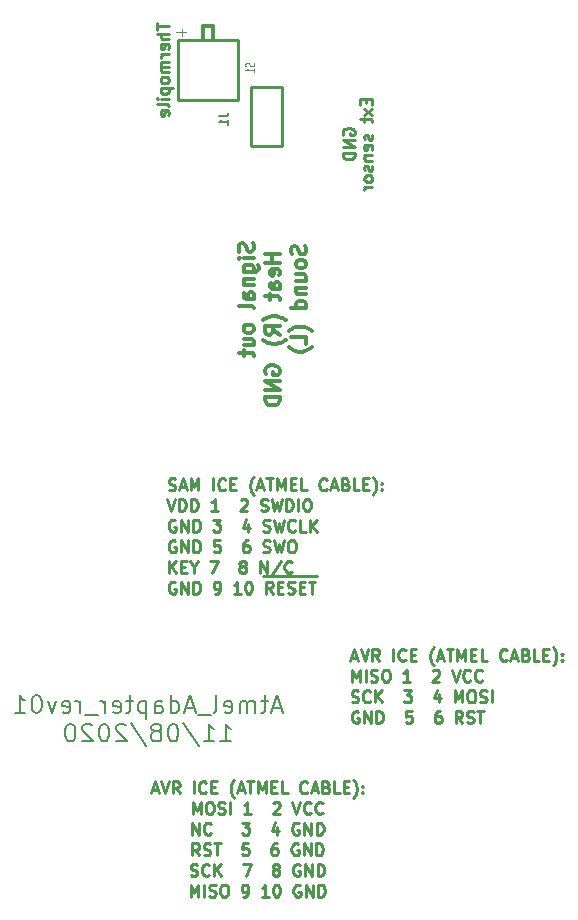
<source format=gbo>
G04 #@! TF.GenerationSoftware,KiCad,Pcbnew,5.1.5-52549c5~86~ubuntu18.04.1*
G04 #@! TF.CreationDate,2020-12-07T22:39:35-08:00*
G04 #@! TF.ProjectId,multiple_PCBs,6d756c74-6970-46c6-955f-504342732e6b,rev?*
G04 #@! TF.SameCoordinates,Original*
G04 #@! TF.FileFunction,Legend,Bot*
G04 #@! TF.FilePolarity,Positive*
%FSLAX46Y46*%
G04 Gerber Fmt 4.6, Leading zero omitted, Abs format (unit mm)*
G04 Created by KiCad (PCBNEW 5.1.5-52549c5~86~ubuntu18.04.1) date 2020-12-07 22:39:35*
%MOMM*%
%LPD*%
G04 APERTURE LIST*
%ADD10C,0.250000*%
%ADD11C,0.150000*%
%ADD12C,0.254000*%
%ADD13C,0.304800*%
%ADD14C,0.120000*%
%ADD15C,0.300000*%
%ADD16C,0.125000*%
%ADD17C,0.190500*%
G04 APERTURE END LIST*
D10*
X180438976Y-113111666D02*
X180915166Y-113111666D01*
X180343738Y-113397380D02*
X180677071Y-112397380D01*
X181010404Y-113397380D01*
X181200880Y-112397380D02*
X181534214Y-113397380D01*
X181867547Y-112397380D01*
X182772309Y-113397380D02*
X182438976Y-112921190D01*
X182200880Y-113397380D02*
X182200880Y-112397380D01*
X182581833Y-112397380D01*
X182677071Y-112445000D01*
X182724690Y-112492619D01*
X182772309Y-112587857D01*
X182772309Y-112730714D01*
X182724690Y-112825952D01*
X182677071Y-112873571D01*
X182581833Y-112921190D01*
X182200880Y-112921190D01*
X183962785Y-113397380D02*
X183962785Y-112397380D01*
X185010404Y-113302142D02*
X184962785Y-113349761D01*
X184819928Y-113397380D01*
X184724690Y-113397380D01*
X184581833Y-113349761D01*
X184486595Y-113254523D01*
X184438976Y-113159285D01*
X184391357Y-112968809D01*
X184391357Y-112825952D01*
X184438976Y-112635476D01*
X184486595Y-112540238D01*
X184581833Y-112445000D01*
X184724690Y-112397380D01*
X184819928Y-112397380D01*
X184962785Y-112445000D01*
X185010404Y-112492619D01*
X185438976Y-112873571D02*
X185772309Y-112873571D01*
X185915166Y-113397380D02*
X185438976Y-113397380D01*
X185438976Y-112397380D01*
X185915166Y-112397380D01*
X187391357Y-113778333D02*
X187343738Y-113730714D01*
X187248500Y-113587857D01*
X187200880Y-113492619D01*
X187153261Y-113349761D01*
X187105642Y-113111666D01*
X187105642Y-112921190D01*
X187153261Y-112683095D01*
X187200880Y-112540238D01*
X187248500Y-112445000D01*
X187343738Y-112302142D01*
X187391357Y-112254523D01*
X187724690Y-113111666D02*
X188200880Y-113111666D01*
X187629452Y-113397380D02*
X187962785Y-112397380D01*
X188296119Y-113397380D01*
X188486595Y-112397380D02*
X189058023Y-112397380D01*
X188772309Y-113397380D02*
X188772309Y-112397380D01*
X189391357Y-113397380D02*
X189391357Y-112397380D01*
X189724690Y-113111666D01*
X190058023Y-112397380D01*
X190058023Y-113397380D01*
X190534214Y-112873571D02*
X190867547Y-112873571D01*
X191010404Y-113397380D02*
X190534214Y-113397380D01*
X190534214Y-112397380D01*
X191010404Y-112397380D01*
X191915166Y-113397380D02*
X191438976Y-113397380D01*
X191438976Y-112397380D01*
X193581833Y-113302142D02*
X193534214Y-113349761D01*
X193391357Y-113397380D01*
X193296119Y-113397380D01*
X193153261Y-113349761D01*
X193058023Y-113254523D01*
X193010404Y-113159285D01*
X192962785Y-112968809D01*
X192962785Y-112825952D01*
X193010404Y-112635476D01*
X193058023Y-112540238D01*
X193153261Y-112445000D01*
X193296119Y-112397380D01*
X193391357Y-112397380D01*
X193534214Y-112445000D01*
X193581833Y-112492619D01*
X193962785Y-113111666D02*
X194438976Y-113111666D01*
X193867547Y-113397380D02*
X194200880Y-112397380D01*
X194534214Y-113397380D01*
X195200880Y-112873571D02*
X195343738Y-112921190D01*
X195391357Y-112968809D01*
X195438976Y-113064047D01*
X195438976Y-113206904D01*
X195391357Y-113302142D01*
X195343738Y-113349761D01*
X195248500Y-113397380D01*
X194867547Y-113397380D01*
X194867547Y-112397380D01*
X195200880Y-112397380D01*
X195296119Y-112445000D01*
X195343738Y-112492619D01*
X195391357Y-112587857D01*
X195391357Y-112683095D01*
X195343738Y-112778333D01*
X195296119Y-112825952D01*
X195200880Y-112873571D01*
X194867547Y-112873571D01*
X196343738Y-113397380D02*
X195867547Y-113397380D01*
X195867547Y-112397380D01*
X196677071Y-112873571D02*
X197010404Y-112873571D01*
X197153261Y-113397380D02*
X196677071Y-113397380D01*
X196677071Y-112397380D01*
X197153261Y-112397380D01*
X197486595Y-113778333D02*
X197534214Y-113730714D01*
X197629452Y-113587857D01*
X197677071Y-113492619D01*
X197724690Y-113349761D01*
X197772309Y-113111666D01*
X197772309Y-112921190D01*
X197724690Y-112683095D01*
X197677071Y-112540238D01*
X197629452Y-112445000D01*
X197534214Y-112302142D01*
X197486595Y-112254523D01*
X198248500Y-113302142D02*
X198296119Y-113349761D01*
X198248500Y-113397380D01*
X198200880Y-113349761D01*
X198248500Y-113302142D01*
X198248500Y-113397380D01*
X198248500Y-112778333D02*
X198296119Y-112825952D01*
X198248500Y-112873571D01*
X198200880Y-112825952D01*
X198248500Y-112778333D01*
X198248500Y-112873571D01*
X180486595Y-115147380D02*
X180486595Y-114147380D01*
X180819928Y-114861666D01*
X181153261Y-114147380D01*
X181153261Y-115147380D01*
X181629452Y-115147380D02*
X181629452Y-114147380D01*
X182058023Y-115099761D02*
X182200880Y-115147380D01*
X182438976Y-115147380D01*
X182534214Y-115099761D01*
X182581833Y-115052142D01*
X182629452Y-114956904D01*
X182629452Y-114861666D01*
X182581833Y-114766428D01*
X182534214Y-114718809D01*
X182438976Y-114671190D01*
X182248500Y-114623571D01*
X182153261Y-114575952D01*
X182105642Y-114528333D01*
X182058023Y-114433095D01*
X182058023Y-114337857D01*
X182105642Y-114242619D01*
X182153261Y-114195000D01*
X182248500Y-114147380D01*
X182486595Y-114147380D01*
X182629452Y-114195000D01*
X183248500Y-114147380D02*
X183438976Y-114147380D01*
X183534214Y-114195000D01*
X183629452Y-114290238D01*
X183677071Y-114480714D01*
X183677071Y-114814047D01*
X183629452Y-115004523D01*
X183534214Y-115099761D01*
X183438976Y-115147380D01*
X183248500Y-115147380D01*
X183153261Y-115099761D01*
X183058023Y-115004523D01*
X183010404Y-114814047D01*
X183010404Y-114480714D01*
X183058023Y-114290238D01*
X183153261Y-114195000D01*
X183248500Y-114147380D01*
X185391357Y-115147380D02*
X184819928Y-115147380D01*
X185105642Y-115147380D02*
X185105642Y-114147380D01*
X185010404Y-114290238D01*
X184915166Y-114385476D01*
X184819928Y-114433095D01*
X187296119Y-114242619D02*
X187343738Y-114195000D01*
X187438976Y-114147380D01*
X187677071Y-114147380D01*
X187772309Y-114195000D01*
X187819928Y-114242619D01*
X187867547Y-114337857D01*
X187867547Y-114433095D01*
X187819928Y-114575952D01*
X187248500Y-115147380D01*
X187867547Y-115147380D01*
X188915166Y-114147380D02*
X189248500Y-115147380D01*
X189581833Y-114147380D01*
X190486595Y-115052142D02*
X190438976Y-115099761D01*
X190296119Y-115147380D01*
X190200880Y-115147380D01*
X190058023Y-115099761D01*
X189962785Y-115004523D01*
X189915166Y-114909285D01*
X189867547Y-114718809D01*
X189867547Y-114575952D01*
X189915166Y-114385476D01*
X189962785Y-114290238D01*
X190058023Y-114195000D01*
X190200880Y-114147380D01*
X190296119Y-114147380D01*
X190438976Y-114195000D01*
X190486595Y-114242619D01*
X191486595Y-115052142D02*
X191438976Y-115099761D01*
X191296119Y-115147380D01*
X191200880Y-115147380D01*
X191058023Y-115099761D01*
X190962785Y-115004523D01*
X190915166Y-114909285D01*
X190867547Y-114718809D01*
X190867547Y-114575952D01*
X190915166Y-114385476D01*
X190962785Y-114290238D01*
X191058023Y-114195000D01*
X191200880Y-114147380D01*
X191296119Y-114147380D01*
X191438976Y-114195000D01*
X191486595Y-114242619D01*
X180438976Y-116849761D02*
X180581833Y-116897380D01*
X180819928Y-116897380D01*
X180915166Y-116849761D01*
X180962785Y-116802142D01*
X181010404Y-116706904D01*
X181010404Y-116611666D01*
X180962785Y-116516428D01*
X180915166Y-116468809D01*
X180819928Y-116421190D01*
X180629452Y-116373571D01*
X180534214Y-116325952D01*
X180486595Y-116278333D01*
X180438976Y-116183095D01*
X180438976Y-116087857D01*
X180486595Y-115992619D01*
X180534214Y-115945000D01*
X180629452Y-115897380D01*
X180867547Y-115897380D01*
X181010404Y-115945000D01*
X182010404Y-116802142D02*
X181962785Y-116849761D01*
X181819928Y-116897380D01*
X181724690Y-116897380D01*
X181581833Y-116849761D01*
X181486595Y-116754523D01*
X181438976Y-116659285D01*
X181391357Y-116468809D01*
X181391357Y-116325952D01*
X181438976Y-116135476D01*
X181486595Y-116040238D01*
X181581833Y-115945000D01*
X181724690Y-115897380D01*
X181819928Y-115897380D01*
X181962785Y-115945000D01*
X182010404Y-115992619D01*
X182438976Y-116897380D02*
X182438976Y-115897380D01*
X183010404Y-116897380D02*
X182581833Y-116325952D01*
X183010404Y-115897380D02*
X182438976Y-116468809D01*
X184867547Y-115897380D02*
X185486595Y-115897380D01*
X185153261Y-116278333D01*
X185296119Y-116278333D01*
X185391357Y-116325952D01*
X185438976Y-116373571D01*
X185486595Y-116468809D01*
X185486595Y-116706904D01*
X185438976Y-116802142D01*
X185391357Y-116849761D01*
X185296119Y-116897380D01*
X185010404Y-116897380D01*
X184915166Y-116849761D01*
X184867547Y-116802142D01*
X187867547Y-116230714D02*
X187867547Y-116897380D01*
X187629452Y-115849761D02*
X187391357Y-116564047D01*
X188010404Y-116564047D01*
X189153261Y-116897380D02*
X189153261Y-115897380D01*
X189486595Y-116611666D01*
X189819928Y-115897380D01*
X189819928Y-116897380D01*
X190486595Y-115897380D02*
X190677071Y-115897380D01*
X190772309Y-115945000D01*
X190867547Y-116040238D01*
X190915166Y-116230714D01*
X190915166Y-116564047D01*
X190867547Y-116754523D01*
X190772309Y-116849761D01*
X190677071Y-116897380D01*
X190486595Y-116897380D01*
X190391357Y-116849761D01*
X190296119Y-116754523D01*
X190248500Y-116564047D01*
X190248500Y-116230714D01*
X190296119Y-116040238D01*
X190391357Y-115945000D01*
X190486595Y-115897380D01*
X191296119Y-116849761D02*
X191438976Y-116897380D01*
X191677071Y-116897380D01*
X191772309Y-116849761D01*
X191819928Y-116802142D01*
X191867547Y-116706904D01*
X191867547Y-116611666D01*
X191819928Y-116516428D01*
X191772309Y-116468809D01*
X191677071Y-116421190D01*
X191486595Y-116373571D01*
X191391357Y-116325952D01*
X191343738Y-116278333D01*
X191296119Y-116183095D01*
X191296119Y-116087857D01*
X191343738Y-115992619D01*
X191391357Y-115945000D01*
X191486595Y-115897380D01*
X191724690Y-115897380D01*
X191867547Y-115945000D01*
X192296119Y-116897380D02*
X192296119Y-115897380D01*
X181010404Y-117695000D02*
X180915166Y-117647380D01*
X180772309Y-117647380D01*
X180629452Y-117695000D01*
X180534214Y-117790238D01*
X180486595Y-117885476D01*
X180438976Y-118075952D01*
X180438976Y-118218809D01*
X180486595Y-118409285D01*
X180534214Y-118504523D01*
X180629452Y-118599761D01*
X180772309Y-118647380D01*
X180867547Y-118647380D01*
X181010404Y-118599761D01*
X181058023Y-118552142D01*
X181058023Y-118218809D01*
X180867547Y-118218809D01*
X181486595Y-118647380D02*
X181486595Y-117647380D01*
X182058023Y-118647380D01*
X182058023Y-117647380D01*
X182534214Y-118647380D02*
X182534214Y-117647380D01*
X182772309Y-117647380D01*
X182915166Y-117695000D01*
X183010404Y-117790238D01*
X183058023Y-117885476D01*
X183105642Y-118075952D01*
X183105642Y-118218809D01*
X183058023Y-118409285D01*
X183010404Y-118504523D01*
X182915166Y-118599761D01*
X182772309Y-118647380D01*
X182534214Y-118647380D01*
X185534214Y-117647380D02*
X185058023Y-117647380D01*
X185010404Y-118123571D01*
X185058023Y-118075952D01*
X185153261Y-118028333D01*
X185391357Y-118028333D01*
X185486595Y-118075952D01*
X185534214Y-118123571D01*
X185581833Y-118218809D01*
X185581833Y-118456904D01*
X185534214Y-118552142D01*
X185486595Y-118599761D01*
X185391357Y-118647380D01*
X185153261Y-118647380D01*
X185058023Y-118599761D01*
X185010404Y-118552142D01*
X187962785Y-117647380D02*
X187772309Y-117647380D01*
X187677071Y-117695000D01*
X187629452Y-117742619D01*
X187534214Y-117885476D01*
X187486595Y-118075952D01*
X187486595Y-118456904D01*
X187534214Y-118552142D01*
X187581833Y-118599761D01*
X187677071Y-118647380D01*
X187867547Y-118647380D01*
X187962785Y-118599761D01*
X188010404Y-118552142D01*
X188058023Y-118456904D01*
X188058023Y-118218809D01*
X188010404Y-118123571D01*
X187962785Y-118075952D01*
X187867547Y-118028333D01*
X187677071Y-118028333D01*
X187581833Y-118075952D01*
X187534214Y-118123571D01*
X187486595Y-118218809D01*
X189819928Y-118647380D02*
X189486595Y-118171190D01*
X189248500Y-118647380D02*
X189248500Y-117647380D01*
X189629452Y-117647380D01*
X189724690Y-117695000D01*
X189772309Y-117742619D01*
X189819928Y-117837857D01*
X189819928Y-117980714D01*
X189772309Y-118075952D01*
X189724690Y-118123571D01*
X189629452Y-118171190D01*
X189248500Y-118171190D01*
X190200880Y-118599761D02*
X190343738Y-118647380D01*
X190581833Y-118647380D01*
X190677071Y-118599761D01*
X190724690Y-118552142D01*
X190772309Y-118456904D01*
X190772309Y-118361666D01*
X190724690Y-118266428D01*
X190677071Y-118218809D01*
X190581833Y-118171190D01*
X190391357Y-118123571D01*
X190296119Y-118075952D01*
X190248500Y-118028333D01*
X190200880Y-117933095D01*
X190200880Y-117837857D01*
X190248500Y-117742619D01*
X190296119Y-117695000D01*
X190391357Y-117647380D01*
X190629452Y-117647380D01*
X190772309Y-117695000D01*
X191058023Y-117647380D02*
X191629452Y-117647380D01*
X191343738Y-118647380D02*
X191343738Y-117647380D01*
X163537428Y-124315666D02*
X164013619Y-124315666D01*
X163442190Y-124601380D02*
X163775523Y-123601380D01*
X164108857Y-124601380D01*
X164299333Y-123601380D02*
X164632666Y-124601380D01*
X164966000Y-123601380D01*
X165870761Y-124601380D02*
X165537428Y-124125190D01*
X165299333Y-124601380D02*
X165299333Y-123601380D01*
X165680285Y-123601380D01*
X165775523Y-123649000D01*
X165823142Y-123696619D01*
X165870761Y-123791857D01*
X165870761Y-123934714D01*
X165823142Y-124029952D01*
X165775523Y-124077571D01*
X165680285Y-124125190D01*
X165299333Y-124125190D01*
X167061238Y-124601380D02*
X167061238Y-123601380D01*
X168108857Y-124506142D02*
X168061238Y-124553761D01*
X167918380Y-124601380D01*
X167823142Y-124601380D01*
X167680285Y-124553761D01*
X167585047Y-124458523D01*
X167537428Y-124363285D01*
X167489809Y-124172809D01*
X167489809Y-124029952D01*
X167537428Y-123839476D01*
X167585047Y-123744238D01*
X167680285Y-123649000D01*
X167823142Y-123601380D01*
X167918380Y-123601380D01*
X168061238Y-123649000D01*
X168108857Y-123696619D01*
X168537428Y-124077571D02*
X168870761Y-124077571D01*
X169013619Y-124601380D02*
X168537428Y-124601380D01*
X168537428Y-123601380D01*
X169013619Y-123601380D01*
X170489809Y-124982333D02*
X170442190Y-124934714D01*
X170346952Y-124791857D01*
X170299333Y-124696619D01*
X170251714Y-124553761D01*
X170204095Y-124315666D01*
X170204095Y-124125190D01*
X170251714Y-123887095D01*
X170299333Y-123744238D01*
X170346952Y-123649000D01*
X170442190Y-123506142D01*
X170489809Y-123458523D01*
X170823142Y-124315666D02*
X171299333Y-124315666D01*
X170727904Y-124601380D02*
X171061238Y-123601380D01*
X171394571Y-124601380D01*
X171585047Y-123601380D02*
X172156476Y-123601380D01*
X171870761Y-124601380D02*
X171870761Y-123601380D01*
X172489809Y-124601380D02*
X172489809Y-123601380D01*
X172823142Y-124315666D01*
X173156476Y-123601380D01*
X173156476Y-124601380D01*
X173632666Y-124077571D02*
X173966000Y-124077571D01*
X174108857Y-124601380D02*
X173632666Y-124601380D01*
X173632666Y-123601380D01*
X174108857Y-123601380D01*
X175013619Y-124601380D02*
X174537428Y-124601380D01*
X174537428Y-123601380D01*
X176680285Y-124506142D02*
X176632666Y-124553761D01*
X176489809Y-124601380D01*
X176394571Y-124601380D01*
X176251714Y-124553761D01*
X176156476Y-124458523D01*
X176108857Y-124363285D01*
X176061238Y-124172809D01*
X176061238Y-124029952D01*
X176108857Y-123839476D01*
X176156476Y-123744238D01*
X176251714Y-123649000D01*
X176394571Y-123601380D01*
X176489809Y-123601380D01*
X176632666Y-123649000D01*
X176680285Y-123696619D01*
X177061238Y-124315666D02*
X177537428Y-124315666D01*
X176966000Y-124601380D02*
X177299333Y-123601380D01*
X177632666Y-124601380D01*
X178299333Y-124077571D02*
X178442190Y-124125190D01*
X178489809Y-124172809D01*
X178537428Y-124268047D01*
X178537428Y-124410904D01*
X178489809Y-124506142D01*
X178442190Y-124553761D01*
X178346952Y-124601380D01*
X177966000Y-124601380D01*
X177966000Y-123601380D01*
X178299333Y-123601380D01*
X178394571Y-123649000D01*
X178442190Y-123696619D01*
X178489809Y-123791857D01*
X178489809Y-123887095D01*
X178442190Y-123982333D01*
X178394571Y-124029952D01*
X178299333Y-124077571D01*
X177966000Y-124077571D01*
X179442190Y-124601380D02*
X178966000Y-124601380D01*
X178966000Y-123601380D01*
X179775523Y-124077571D02*
X180108857Y-124077571D01*
X180251714Y-124601380D02*
X179775523Y-124601380D01*
X179775523Y-123601380D01*
X180251714Y-123601380D01*
X180585047Y-124982333D02*
X180632666Y-124934714D01*
X180727904Y-124791857D01*
X180775523Y-124696619D01*
X180823142Y-124553761D01*
X180870761Y-124315666D01*
X180870761Y-124125190D01*
X180823142Y-123887095D01*
X180775523Y-123744238D01*
X180727904Y-123649000D01*
X180632666Y-123506142D01*
X180585047Y-123458523D01*
X181346952Y-124506142D02*
X181394571Y-124553761D01*
X181346952Y-124601380D01*
X181299333Y-124553761D01*
X181346952Y-124506142D01*
X181346952Y-124601380D01*
X181346952Y-123982333D02*
X181394571Y-124029952D01*
X181346952Y-124077571D01*
X181299333Y-124029952D01*
X181346952Y-123982333D01*
X181346952Y-124077571D01*
X166989809Y-126351380D02*
X166989809Y-125351380D01*
X167323142Y-126065666D01*
X167656476Y-125351380D01*
X167656476Y-126351380D01*
X168323142Y-125351380D02*
X168513619Y-125351380D01*
X168608857Y-125399000D01*
X168704095Y-125494238D01*
X168751714Y-125684714D01*
X168751714Y-126018047D01*
X168704095Y-126208523D01*
X168608857Y-126303761D01*
X168513619Y-126351380D01*
X168323142Y-126351380D01*
X168227904Y-126303761D01*
X168132666Y-126208523D01*
X168085047Y-126018047D01*
X168085047Y-125684714D01*
X168132666Y-125494238D01*
X168227904Y-125399000D01*
X168323142Y-125351380D01*
X169132666Y-126303761D02*
X169275523Y-126351380D01*
X169513619Y-126351380D01*
X169608857Y-126303761D01*
X169656476Y-126256142D01*
X169704095Y-126160904D01*
X169704095Y-126065666D01*
X169656476Y-125970428D01*
X169608857Y-125922809D01*
X169513619Y-125875190D01*
X169323142Y-125827571D01*
X169227904Y-125779952D01*
X169180285Y-125732333D01*
X169132666Y-125637095D01*
X169132666Y-125541857D01*
X169180285Y-125446619D01*
X169227904Y-125399000D01*
X169323142Y-125351380D01*
X169561238Y-125351380D01*
X169704095Y-125399000D01*
X170132666Y-126351380D02*
X170132666Y-125351380D01*
X171894571Y-126351380D02*
X171323142Y-126351380D01*
X171608857Y-126351380D02*
X171608857Y-125351380D01*
X171513619Y-125494238D01*
X171418380Y-125589476D01*
X171323142Y-125637095D01*
X173799333Y-125446619D02*
X173846952Y-125399000D01*
X173942190Y-125351380D01*
X174180285Y-125351380D01*
X174275523Y-125399000D01*
X174323142Y-125446619D01*
X174370761Y-125541857D01*
X174370761Y-125637095D01*
X174323142Y-125779952D01*
X173751714Y-126351380D01*
X174370761Y-126351380D01*
X175418380Y-125351380D02*
X175751714Y-126351380D01*
X176085047Y-125351380D01*
X176989809Y-126256142D02*
X176942190Y-126303761D01*
X176799333Y-126351380D01*
X176704095Y-126351380D01*
X176561238Y-126303761D01*
X176466000Y-126208523D01*
X176418380Y-126113285D01*
X176370761Y-125922809D01*
X176370761Y-125779952D01*
X176418380Y-125589476D01*
X176466000Y-125494238D01*
X176561238Y-125399000D01*
X176704095Y-125351380D01*
X176799333Y-125351380D01*
X176942190Y-125399000D01*
X176989809Y-125446619D01*
X177989809Y-126256142D02*
X177942190Y-126303761D01*
X177799333Y-126351380D01*
X177704095Y-126351380D01*
X177561238Y-126303761D01*
X177466000Y-126208523D01*
X177418380Y-126113285D01*
X177370761Y-125922809D01*
X177370761Y-125779952D01*
X177418380Y-125589476D01*
X177466000Y-125494238D01*
X177561238Y-125399000D01*
X177704095Y-125351380D01*
X177799333Y-125351380D01*
X177942190Y-125399000D01*
X177989809Y-125446619D01*
X166918380Y-128101380D02*
X166918380Y-127101380D01*
X167489809Y-128101380D01*
X167489809Y-127101380D01*
X168537428Y-128006142D02*
X168489809Y-128053761D01*
X168346952Y-128101380D01*
X168251714Y-128101380D01*
X168108857Y-128053761D01*
X168013619Y-127958523D01*
X167966000Y-127863285D01*
X167918380Y-127672809D01*
X167918380Y-127529952D01*
X167966000Y-127339476D01*
X168013619Y-127244238D01*
X168108857Y-127149000D01*
X168251714Y-127101380D01*
X168346952Y-127101380D01*
X168489809Y-127149000D01*
X168537428Y-127196619D01*
X171156476Y-127101380D02*
X171775523Y-127101380D01*
X171442190Y-127482333D01*
X171585047Y-127482333D01*
X171680285Y-127529952D01*
X171727904Y-127577571D01*
X171775523Y-127672809D01*
X171775523Y-127910904D01*
X171727904Y-128006142D01*
X171680285Y-128053761D01*
X171585047Y-128101380D01*
X171299333Y-128101380D01*
X171204095Y-128053761D01*
X171156476Y-128006142D01*
X174156476Y-127434714D02*
X174156476Y-128101380D01*
X173918380Y-127053761D02*
X173680285Y-127768047D01*
X174299333Y-127768047D01*
X175966000Y-127149000D02*
X175870761Y-127101380D01*
X175727904Y-127101380D01*
X175585047Y-127149000D01*
X175489809Y-127244238D01*
X175442190Y-127339476D01*
X175394571Y-127529952D01*
X175394571Y-127672809D01*
X175442190Y-127863285D01*
X175489809Y-127958523D01*
X175585047Y-128053761D01*
X175727904Y-128101380D01*
X175823142Y-128101380D01*
X175966000Y-128053761D01*
X176013619Y-128006142D01*
X176013619Y-127672809D01*
X175823142Y-127672809D01*
X176442190Y-128101380D02*
X176442190Y-127101380D01*
X177013619Y-128101380D01*
X177013619Y-127101380D01*
X177489809Y-128101380D02*
X177489809Y-127101380D01*
X177727904Y-127101380D01*
X177870761Y-127149000D01*
X177966000Y-127244238D01*
X178013619Y-127339476D01*
X178061238Y-127529952D01*
X178061238Y-127672809D01*
X178013619Y-127863285D01*
X177966000Y-127958523D01*
X177870761Y-128053761D01*
X177727904Y-128101380D01*
X177489809Y-128101380D01*
X167537428Y-129851380D02*
X167204095Y-129375190D01*
X166966000Y-129851380D02*
X166966000Y-128851380D01*
X167346952Y-128851380D01*
X167442190Y-128899000D01*
X167489809Y-128946619D01*
X167537428Y-129041857D01*
X167537428Y-129184714D01*
X167489809Y-129279952D01*
X167442190Y-129327571D01*
X167346952Y-129375190D01*
X166966000Y-129375190D01*
X167918380Y-129803761D02*
X168061238Y-129851380D01*
X168299333Y-129851380D01*
X168394571Y-129803761D01*
X168442190Y-129756142D01*
X168489809Y-129660904D01*
X168489809Y-129565666D01*
X168442190Y-129470428D01*
X168394571Y-129422809D01*
X168299333Y-129375190D01*
X168108857Y-129327571D01*
X168013619Y-129279952D01*
X167966000Y-129232333D01*
X167918380Y-129137095D01*
X167918380Y-129041857D01*
X167966000Y-128946619D01*
X168013619Y-128899000D01*
X168108857Y-128851380D01*
X168346952Y-128851380D01*
X168489809Y-128899000D01*
X168775523Y-128851380D02*
X169346952Y-128851380D01*
X169061238Y-129851380D02*
X169061238Y-128851380D01*
X171680285Y-128851380D02*
X171204095Y-128851380D01*
X171156476Y-129327571D01*
X171204095Y-129279952D01*
X171299333Y-129232333D01*
X171537428Y-129232333D01*
X171632666Y-129279952D01*
X171680285Y-129327571D01*
X171727904Y-129422809D01*
X171727904Y-129660904D01*
X171680285Y-129756142D01*
X171632666Y-129803761D01*
X171537428Y-129851380D01*
X171299333Y-129851380D01*
X171204095Y-129803761D01*
X171156476Y-129756142D01*
X174108857Y-128851380D02*
X173918380Y-128851380D01*
X173823142Y-128899000D01*
X173775523Y-128946619D01*
X173680285Y-129089476D01*
X173632666Y-129279952D01*
X173632666Y-129660904D01*
X173680285Y-129756142D01*
X173727904Y-129803761D01*
X173823142Y-129851380D01*
X174013619Y-129851380D01*
X174108857Y-129803761D01*
X174156476Y-129756142D01*
X174204095Y-129660904D01*
X174204095Y-129422809D01*
X174156476Y-129327571D01*
X174108857Y-129279952D01*
X174013619Y-129232333D01*
X173823142Y-129232333D01*
X173727904Y-129279952D01*
X173680285Y-129327571D01*
X173632666Y-129422809D01*
X175918380Y-128899000D02*
X175823142Y-128851380D01*
X175680285Y-128851380D01*
X175537428Y-128899000D01*
X175442190Y-128994238D01*
X175394571Y-129089476D01*
X175346952Y-129279952D01*
X175346952Y-129422809D01*
X175394571Y-129613285D01*
X175442190Y-129708523D01*
X175537428Y-129803761D01*
X175680285Y-129851380D01*
X175775523Y-129851380D01*
X175918380Y-129803761D01*
X175966000Y-129756142D01*
X175966000Y-129422809D01*
X175775523Y-129422809D01*
X176394571Y-129851380D02*
X176394571Y-128851380D01*
X176966000Y-129851380D01*
X176966000Y-128851380D01*
X177442190Y-129851380D02*
X177442190Y-128851380D01*
X177680285Y-128851380D01*
X177823142Y-128899000D01*
X177918380Y-128994238D01*
X177966000Y-129089476D01*
X178013619Y-129279952D01*
X178013619Y-129422809D01*
X177966000Y-129613285D01*
X177918380Y-129708523D01*
X177823142Y-129803761D01*
X177680285Y-129851380D01*
X177442190Y-129851380D01*
X166799333Y-131553761D02*
X166942190Y-131601380D01*
X167180285Y-131601380D01*
X167275523Y-131553761D01*
X167323142Y-131506142D01*
X167370761Y-131410904D01*
X167370761Y-131315666D01*
X167323142Y-131220428D01*
X167275523Y-131172809D01*
X167180285Y-131125190D01*
X166989809Y-131077571D01*
X166894571Y-131029952D01*
X166846952Y-130982333D01*
X166799333Y-130887095D01*
X166799333Y-130791857D01*
X166846952Y-130696619D01*
X166894571Y-130649000D01*
X166989809Y-130601380D01*
X167227904Y-130601380D01*
X167370761Y-130649000D01*
X168370761Y-131506142D02*
X168323142Y-131553761D01*
X168180285Y-131601380D01*
X168085047Y-131601380D01*
X167942190Y-131553761D01*
X167846952Y-131458523D01*
X167799333Y-131363285D01*
X167751714Y-131172809D01*
X167751714Y-131029952D01*
X167799333Y-130839476D01*
X167846952Y-130744238D01*
X167942190Y-130649000D01*
X168085047Y-130601380D01*
X168180285Y-130601380D01*
X168323142Y-130649000D01*
X168370761Y-130696619D01*
X168799333Y-131601380D02*
X168799333Y-130601380D01*
X169370761Y-131601380D02*
X168942190Y-131029952D01*
X169370761Y-130601380D02*
X168799333Y-131172809D01*
X171227904Y-130601380D02*
X171894571Y-130601380D01*
X171466000Y-131601380D01*
X173942190Y-131029952D02*
X173846952Y-130982333D01*
X173799333Y-130934714D01*
X173751714Y-130839476D01*
X173751714Y-130791857D01*
X173799333Y-130696619D01*
X173846952Y-130649000D01*
X173942190Y-130601380D01*
X174132666Y-130601380D01*
X174227904Y-130649000D01*
X174275523Y-130696619D01*
X174323142Y-130791857D01*
X174323142Y-130839476D01*
X174275523Y-130934714D01*
X174227904Y-130982333D01*
X174132666Y-131029952D01*
X173942190Y-131029952D01*
X173846952Y-131077571D01*
X173799333Y-131125190D01*
X173751714Y-131220428D01*
X173751714Y-131410904D01*
X173799333Y-131506142D01*
X173846952Y-131553761D01*
X173942190Y-131601380D01*
X174132666Y-131601380D01*
X174227904Y-131553761D01*
X174275523Y-131506142D01*
X174323142Y-131410904D01*
X174323142Y-131220428D01*
X174275523Y-131125190D01*
X174227904Y-131077571D01*
X174132666Y-131029952D01*
X176037428Y-130649000D02*
X175942190Y-130601380D01*
X175799333Y-130601380D01*
X175656476Y-130649000D01*
X175561238Y-130744238D01*
X175513619Y-130839476D01*
X175466000Y-131029952D01*
X175466000Y-131172809D01*
X175513619Y-131363285D01*
X175561238Y-131458523D01*
X175656476Y-131553761D01*
X175799333Y-131601380D01*
X175894571Y-131601380D01*
X176037428Y-131553761D01*
X176085047Y-131506142D01*
X176085047Y-131172809D01*
X175894571Y-131172809D01*
X176513619Y-131601380D02*
X176513619Y-130601380D01*
X177085047Y-131601380D01*
X177085047Y-130601380D01*
X177561238Y-131601380D02*
X177561238Y-130601380D01*
X177799333Y-130601380D01*
X177942190Y-130649000D01*
X178037428Y-130744238D01*
X178085047Y-130839476D01*
X178132666Y-131029952D01*
X178132666Y-131172809D01*
X178085047Y-131363285D01*
X178037428Y-131458523D01*
X177942190Y-131553761D01*
X177799333Y-131601380D01*
X177561238Y-131601380D01*
X166799333Y-133351380D02*
X166799333Y-132351380D01*
X167132666Y-133065666D01*
X167466000Y-132351380D01*
X167466000Y-133351380D01*
X167942190Y-133351380D02*
X167942190Y-132351380D01*
X168370761Y-133303761D02*
X168513619Y-133351380D01*
X168751714Y-133351380D01*
X168846952Y-133303761D01*
X168894571Y-133256142D01*
X168942190Y-133160904D01*
X168942190Y-133065666D01*
X168894571Y-132970428D01*
X168846952Y-132922809D01*
X168751714Y-132875190D01*
X168561238Y-132827571D01*
X168466000Y-132779952D01*
X168418380Y-132732333D01*
X168370761Y-132637095D01*
X168370761Y-132541857D01*
X168418380Y-132446619D01*
X168466000Y-132399000D01*
X168561238Y-132351380D01*
X168799333Y-132351380D01*
X168942190Y-132399000D01*
X169561238Y-132351380D02*
X169751714Y-132351380D01*
X169846952Y-132399000D01*
X169942190Y-132494238D01*
X169989809Y-132684714D01*
X169989809Y-133018047D01*
X169942190Y-133208523D01*
X169846952Y-133303761D01*
X169751714Y-133351380D01*
X169561238Y-133351380D01*
X169466000Y-133303761D01*
X169370761Y-133208523D01*
X169323142Y-133018047D01*
X169323142Y-132684714D01*
X169370761Y-132494238D01*
X169466000Y-132399000D01*
X169561238Y-132351380D01*
X171227904Y-133351380D02*
X171418380Y-133351380D01*
X171513619Y-133303761D01*
X171561238Y-133256142D01*
X171656476Y-133113285D01*
X171704095Y-132922809D01*
X171704095Y-132541857D01*
X171656476Y-132446619D01*
X171608857Y-132399000D01*
X171513619Y-132351380D01*
X171323142Y-132351380D01*
X171227904Y-132399000D01*
X171180285Y-132446619D01*
X171132666Y-132541857D01*
X171132666Y-132779952D01*
X171180285Y-132875190D01*
X171227904Y-132922809D01*
X171323142Y-132970428D01*
X171513619Y-132970428D01*
X171608857Y-132922809D01*
X171656476Y-132875190D01*
X171704095Y-132779952D01*
X173418380Y-133351380D02*
X172846952Y-133351380D01*
X173132666Y-133351380D02*
X173132666Y-132351380D01*
X173037428Y-132494238D01*
X172942190Y-132589476D01*
X172846952Y-132637095D01*
X174037428Y-132351380D02*
X174132666Y-132351380D01*
X174227904Y-132399000D01*
X174275523Y-132446619D01*
X174323142Y-132541857D01*
X174370761Y-132732333D01*
X174370761Y-132970428D01*
X174323142Y-133160904D01*
X174275523Y-133256142D01*
X174227904Y-133303761D01*
X174132666Y-133351380D01*
X174037428Y-133351380D01*
X173942190Y-133303761D01*
X173894571Y-133256142D01*
X173846952Y-133160904D01*
X173799333Y-132970428D01*
X173799333Y-132732333D01*
X173846952Y-132541857D01*
X173894571Y-132446619D01*
X173942190Y-132399000D01*
X174037428Y-132351380D01*
X176085047Y-132399000D02*
X175989809Y-132351380D01*
X175846952Y-132351380D01*
X175704095Y-132399000D01*
X175608857Y-132494238D01*
X175561238Y-132589476D01*
X175513619Y-132779952D01*
X175513619Y-132922809D01*
X175561238Y-133113285D01*
X175608857Y-133208523D01*
X175704095Y-133303761D01*
X175846952Y-133351380D01*
X175942190Y-133351380D01*
X176085047Y-133303761D01*
X176132666Y-133256142D01*
X176132666Y-132922809D01*
X175942190Y-132922809D01*
X176561238Y-133351380D02*
X176561238Y-132351380D01*
X177132666Y-133351380D01*
X177132666Y-132351380D01*
X177608857Y-133351380D02*
X177608857Y-132351380D01*
X177846952Y-132351380D01*
X177989809Y-132399000D01*
X178085047Y-132494238D01*
X178132666Y-132589476D01*
X178180285Y-132779952D01*
X178180285Y-132922809D01*
X178132666Y-133113285D01*
X178085047Y-133208523D01*
X177989809Y-133303761D01*
X177846952Y-133351380D01*
X177608857Y-133351380D01*
X164944976Y-98899761D02*
X165087833Y-98947380D01*
X165325928Y-98947380D01*
X165421166Y-98899761D01*
X165468785Y-98852142D01*
X165516404Y-98756904D01*
X165516404Y-98661666D01*
X165468785Y-98566428D01*
X165421166Y-98518809D01*
X165325928Y-98471190D01*
X165135452Y-98423571D01*
X165040214Y-98375952D01*
X164992595Y-98328333D01*
X164944976Y-98233095D01*
X164944976Y-98137857D01*
X164992595Y-98042619D01*
X165040214Y-97995000D01*
X165135452Y-97947380D01*
X165373547Y-97947380D01*
X165516404Y-97995000D01*
X165897357Y-98661666D02*
X166373547Y-98661666D01*
X165802119Y-98947380D02*
X166135452Y-97947380D01*
X166468785Y-98947380D01*
X166802119Y-98947380D02*
X166802119Y-97947380D01*
X167135452Y-98661666D01*
X167468785Y-97947380D01*
X167468785Y-98947380D01*
X168706880Y-98947380D02*
X168706880Y-97947380D01*
X169754500Y-98852142D02*
X169706880Y-98899761D01*
X169564023Y-98947380D01*
X169468785Y-98947380D01*
X169325928Y-98899761D01*
X169230690Y-98804523D01*
X169183071Y-98709285D01*
X169135452Y-98518809D01*
X169135452Y-98375952D01*
X169183071Y-98185476D01*
X169230690Y-98090238D01*
X169325928Y-97995000D01*
X169468785Y-97947380D01*
X169564023Y-97947380D01*
X169706880Y-97995000D01*
X169754500Y-98042619D01*
X170183071Y-98423571D02*
X170516404Y-98423571D01*
X170659261Y-98947380D02*
X170183071Y-98947380D01*
X170183071Y-97947380D01*
X170659261Y-97947380D01*
X172135452Y-99328333D02*
X172087833Y-99280714D01*
X171992595Y-99137857D01*
X171944976Y-99042619D01*
X171897357Y-98899761D01*
X171849738Y-98661666D01*
X171849738Y-98471190D01*
X171897357Y-98233095D01*
X171944976Y-98090238D01*
X171992595Y-97995000D01*
X172087833Y-97852142D01*
X172135452Y-97804523D01*
X172468785Y-98661666D02*
X172944976Y-98661666D01*
X172373547Y-98947380D02*
X172706880Y-97947380D01*
X173040214Y-98947380D01*
X173230690Y-97947380D02*
X173802119Y-97947380D01*
X173516404Y-98947380D02*
X173516404Y-97947380D01*
X174135452Y-98947380D02*
X174135452Y-97947380D01*
X174468785Y-98661666D01*
X174802119Y-97947380D01*
X174802119Y-98947380D01*
X175278309Y-98423571D02*
X175611642Y-98423571D01*
X175754500Y-98947380D02*
X175278309Y-98947380D01*
X175278309Y-97947380D01*
X175754500Y-97947380D01*
X176659261Y-98947380D02*
X176183071Y-98947380D01*
X176183071Y-97947380D01*
X178325928Y-98852142D02*
X178278309Y-98899761D01*
X178135452Y-98947380D01*
X178040214Y-98947380D01*
X177897357Y-98899761D01*
X177802119Y-98804523D01*
X177754500Y-98709285D01*
X177706880Y-98518809D01*
X177706880Y-98375952D01*
X177754500Y-98185476D01*
X177802119Y-98090238D01*
X177897357Y-97995000D01*
X178040214Y-97947380D01*
X178135452Y-97947380D01*
X178278309Y-97995000D01*
X178325928Y-98042619D01*
X178706880Y-98661666D02*
X179183071Y-98661666D01*
X178611642Y-98947380D02*
X178944976Y-97947380D01*
X179278309Y-98947380D01*
X179944976Y-98423571D02*
X180087833Y-98471190D01*
X180135452Y-98518809D01*
X180183071Y-98614047D01*
X180183071Y-98756904D01*
X180135452Y-98852142D01*
X180087833Y-98899761D01*
X179992595Y-98947380D01*
X179611642Y-98947380D01*
X179611642Y-97947380D01*
X179944976Y-97947380D01*
X180040214Y-97995000D01*
X180087833Y-98042619D01*
X180135452Y-98137857D01*
X180135452Y-98233095D01*
X180087833Y-98328333D01*
X180040214Y-98375952D01*
X179944976Y-98423571D01*
X179611642Y-98423571D01*
X181087833Y-98947380D02*
X180611642Y-98947380D01*
X180611642Y-97947380D01*
X181421166Y-98423571D02*
X181754500Y-98423571D01*
X181897357Y-98947380D02*
X181421166Y-98947380D01*
X181421166Y-97947380D01*
X181897357Y-97947380D01*
X182230690Y-99328333D02*
X182278309Y-99280714D01*
X182373547Y-99137857D01*
X182421166Y-99042619D01*
X182468785Y-98899761D01*
X182516404Y-98661666D01*
X182516404Y-98471190D01*
X182468785Y-98233095D01*
X182421166Y-98090238D01*
X182373547Y-97995000D01*
X182278309Y-97852142D01*
X182230690Y-97804523D01*
X182992595Y-98852142D02*
X183040214Y-98899761D01*
X182992595Y-98947380D01*
X182944976Y-98899761D01*
X182992595Y-98852142D01*
X182992595Y-98947380D01*
X182992595Y-98328333D02*
X183040214Y-98375952D01*
X182992595Y-98423571D01*
X182944976Y-98375952D01*
X182992595Y-98328333D01*
X182992595Y-98423571D01*
X164849738Y-99697380D02*
X165183071Y-100697380D01*
X165516404Y-99697380D01*
X165849738Y-100697380D02*
X165849738Y-99697380D01*
X166087833Y-99697380D01*
X166230690Y-99745000D01*
X166325928Y-99840238D01*
X166373547Y-99935476D01*
X166421166Y-100125952D01*
X166421166Y-100268809D01*
X166373547Y-100459285D01*
X166325928Y-100554523D01*
X166230690Y-100649761D01*
X166087833Y-100697380D01*
X165849738Y-100697380D01*
X166849738Y-100697380D02*
X166849738Y-99697380D01*
X167087833Y-99697380D01*
X167230690Y-99745000D01*
X167325928Y-99840238D01*
X167373547Y-99935476D01*
X167421166Y-100125952D01*
X167421166Y-100268809D01*
X167373547Y-100459285D01*
X167325928Y-100554523D01*
X167230690Y-100649761D01*
X167087833Y-100697380D01*
X166849738Y-100697380D01*
X169135452Y-100697380D02*
X168564023Y-100697380D01*
X168849738Y-100697380D02*
X168849738Y-99697380D01*
X168754500Y-99840238D01*
X168659261Y-99935476D01*
X168564023Y-99983095D01*
X171040214Y-99792619D02*
X171087833Y-99745000D01*
X171183071Y-99697380D01*
X171421166Y-99697380D01*
X171516404Y-99745000D01*
X171564023Y-99792619D01*
X171611642Y-99887857D01*
X171611642Y-99983095D01*
X171564023Y-100125952D01*
X170992595Y-100697380D01*
X171611642Y-100697380D01*
X172754500Y-100649761D02*
X172897357Y-100697380D01*
X173135452Y-100697380D01*
X173230690Y-100649761D01*
X173278309Y-100602142D01*
X173325928Y-100506904D01*
X173325928Y-100411666D01*
X173278309Y-100316428D01*
X173230690Y-100268809D01*
X173135452Y-100221190D01*
X172944976Y-100173571D01*
X172849738Y-100125952D01*
X172802119Y-100078333D01*
X172754500Y-99983095D01*
X172754500Y-99887857D01*
X172802119Y-99792619D01*
X172849738Y-99745000D01*
X172944976Y-99697380D01*
X173183071Y-99697380D01*
X173325928Y-99745000D01*
X173659261Y-99697380D02*
X173897357Y-100697380D01*
X174087833Y-99983095D01*
X174278309Y-100697380D01*
X174516404Y-99697380D01*
X174897357Y-100697380D02*
X174897357Y-99697380D01*
X175135452Y-99697380D01*
X175278309Y-99745000D01*
X175373547Y-99840238D01*
X175421166Y-99935476D01*
X175468785Y-100125952D01*
X175468785Y-100268809D01*
X175421166Y-100459285D01*
X175373547Y-100554523D01*
X175278309Y-100649761D01*
X175135452Y-100697380D01*
X174897357Y-100697380D01*
X175897357Y-100697380D02*
X175897357Y-99697380D01*
X176564023Y-99697380D02*
X176754500Y-99697380D01*
X176849738Y-99745000D01*
X176944976Y-99840238D01*
X176992595Y-100030714D01*
X176992595Y-100364047D01*
X176944976Y-100554523D01*
X176849738Y-100649761D01*
X176754500Y-100697380D01*
X176564023Y-100697380D01*
X176468785Y-100649761D01*
X176373547Y-100554523D01*
X176325928Y-100364047D01*
X176325928Y-100030714D01*
X176373547Y-99840238D01*
X176468785Y-99745000D01*
X176564023Y-99697380D01*
X165516404Y-101495000D02*
X165421166Y-101447380D01*
X165278309Y-101447380D01*
X165135452Y-101495000D01*
X165040214Y-101590238D01*
X164992595Y-101685476D01*
X164944976Y-101875952D01*
X164944976Y-102018809D01*
X164992595Y-102209285D01*
X165040214Y-102304523D01*
X165135452Y-102399761D01*
X165278309Y-102447380D01*
X165373547Y-102447380D01*
X165516404Y-102399761D01*
X165564023Y-102352142D01*
X165564023Y-102018809D01*
X165373547Y-102018809D01*
X165992595Y-102447380D02*
X165992595Y-101447380D01*
X166564023Y-102447380D01*
X166564023Y-101447380D01*
X167040214Y-102447380D02*
X167040214Y-101447380D01*
X167278309Y-101447380D01*
X167421166Y-101495000D01*
X167516404Y-101590238D01*
X167564023Y-101685476D01*
X167611642Y-101875952D01*
X167611642Y-102018809D01*
X167564023Y-102209285D01*
X167516404Y-102304523D01*
X167421166Y-102399761D01*
X167278309Y-102447380D01*
X167040214Y-102447380D01*
X168706880Y-101447380D02*
X169325928Y-101447380D01*
X168992595Y-101828333D01*
X169135452Y-101828333D01*
X169230690Y-101875952D01*
X169278309Y-101923571D01*
X169325928Y-102018809D01*
X169325928Y-102256904D01*
X169278309Y-102352142D01*
X169230690Y-102399761D01*
X169135452Y-102447380D01*
X168849738Y-102447380D01*
X168754500Y-102399761D01*
X168706880Y-102352142D01*
X171706880Y-101780714D02*
X171706880Y-102447380D01*
X171468785Y-101399761D02*
X171230690Y-102114047D01*
X171849738Y-102114047D01*
X172944976Y-102399761D02*
X173087833Y-102447380D01*
X173325928Y-102447380D01*
X173421166Y-102399761D01*
X173468785Y-102352142D01*
X173516404Y-102256904D01*
X173516404Y-102161666D01*
X173468785Y-102066428D01*
X173421166Y-102018809D01*
X173325928Y-101971190D01*
X173135452Y-101923571D01*
X173040214Y-101875952D01*
X172992595Y-101828333D01*
X172944976Y-101733095D01*
X172944976Y-101637857D01*
X172992595Y-101542619D01*
X173040214Y-101495000D01*
X173135452Y-101447380D01*
X173373547Y-101447380D01*
X173516404Y-101495000D01*
X173849738Y-101447380D02*
X174087833Y-102447380D01*
X174278309Y-101733095D01*
X174468785Y-102447380D01*
X174706880Y-101447380D01*
X175659261Y-102352142D02*
X175611642Y-102399761D01*
X175468785Y-102447380D01*
X175373547Y-102447380D01*
X175230690Y-102399761D01*
X175135452Y-102304523D01*
X175087833Y-102209285D01*
X175040214Y-102018809D01*
X175040214Y-101875952D01*
X175087833Y-101685476D01*
X175135452Y-101590238D01*
X175230690Y-101495000D01*
X175373547Y-101447380D01*
X175468785Y-101447380D01*
X175611642Y-101495000D01*
X175659261Y-101542619D01*
X176564023Y-102447380D02*
X176087833Y-102447380D01*
X176087833Y-101447380D01*
X176897357Y-102447380D02*
X176897357Y-101447380D01*
X177468785Y-102447380D02*
X177040214Y-101875952D01*
X177468785Y-101447380D02*
X176897357Y-102018809D01*
X165516404Y-103245000D02*
X165421166Y-103197380D01*
X165278309Y-103197380D01*
X165135452Y-103245000D01*
X165040214Y-103340238D01*
X164992595Y-103435476D01*
X164944976Y-103625952D01*
X164944976Y-103768809D01*
X164992595Y-103959285D01*
X165040214Y-104054523D01*
X165135452Y-104149761D01*
X165278309Y-104197380D01*
X165373547Y-104197380D01*
X165516404Y-104149761D01*
X165564023Y-104102142D01*
X165564023Y-103768809D01*
X165373547Y-103768809D01*
X165992595Y-104197380D02*
X165992595Y-103197380D01*
X166564023Y-104197380D01*
X166564023Y-103197380D01*
X167040214Y-104197380D02*
X167040214Y-103197380D01*
X167278309Y-103197380D01*
X167421166Y-103245000D01*
X167516404Y-103340238D01*
X167564023Y-103435476D01*
X167611642Y-103625952D01*
X167611642Y-103768809D01*
X167564023Y-103959285D01*
X167516404Y-104054523D01*
X167421166Y-104149761D01*
X167278309Y-104197380D01*
X167040214Y-104197380D01*
X169278309Y-103197380D02*
X168802119Y-103197380D01*
X168754500Y-103673571D01*
X168802119Y-103625952D01*
X168897357Y-103578333D01*
X169135452Y-103578333D01*
X169230690Y-103625952D01*
X169278309Y-103673571D01*
X169325928Y-103768809D01*
X169325928Y-104006904D01*
X169278309Y-104102142D01*
X169230690Y-104149761D01*
X169135452Y-104197380D01*
X168897357Y-104197380D01*
X168802119Y-104149761D01*
X168754500Y-104102142D01*
X171706880Y-103197380D02*
X171516404Y-103197380D01*
X171421166Y-103245000D01*
X171373547Y-103292619D01*
X171278309Y-103435476D01*
X171230690Y-103625952D01*
X171230690Y-104006904D01*
X171278309Y-104102142D01*
X171325928Y-104149761D01*
X171421166Y-104197380D01*
X171611642Y-104197380D01*
X171706880Y-104149761D01*
X171754500Y-104102142D01*
X171802119Y-104006904D01*
X171802119Y-103768809D01*
X171754500Y-103673571D01*
X171706880Y-103625952D01*
X171611642Y-103578333D01*
X171421166Y-103578333D01*
X171325928Y-103625952D01*
X171278309Y-103673571D01*
X171230690Y-103768809D01*
X172944976Y-104149761D02*
X173087833Y-104197380D01*
X173325928Y-104197380D01*
X173421166Y-104149761D01*
X173468785Y-104102142D01*
X173516404Y-104006904D01*
X173516404Y-103911666D01*
X173468785Y-103816428D01*
X173421166Y-103768809D01*
X173325928Y-103721190D01*
X173135452Y-103673571D01*
X173040214Y-103625952D01*
X172992595Y-103578333D01*
X172944976Y-103483095D01*
X172944976Y-103387857D01*
X172992595Y-103292619D01*
X173040214Y-103245000D01*
X173135452Y-103197380D01*
X173373547Y-103197380D01*
X173516404Y-103245000D01*
X173849738Y-103197380D02*
X174087833Y-104197380D01*
X174278309Y-103483095D01*
X174468785Y-104197380D01*
X174706880Y-103197380D01*
X175278309Y-103197380D02*
X175468785Y-103197380D01*
X175564023Y-103245000D01*
X175659261Y-103340238D01*
X175706880Y-103530714D01*
X175706880Y-103864047D01*
X175659261Y-104054523D01*
X175564023Y-104149761D01*
X175468785Y-104197380D01*
X175278309Y-104197380D01*
X175183071Y-104149761D01*
X175087833Y-104054523D01*
X175040214Y-103864047D01*
X175040214Y-103530714D01*
X175087833Y-103340238D01*
X175183071Y-103245000D01*
X175278309Y-103197380D01*
X164992595Y-105947380D02*
X164992595Y-104947380D01*
X165564023Y-105947380D02*
X165135452Y-105375952D01*
X165564023Y-104947380D02*
X164992595Y-105518809D01*
X165992595Y-105423571D02*
X166325928Y-105423571D01*
X166468785Y-105947380D02*
X165992595Y-105947380D01*
X165992595Y-104947380D01*
X166468785Y-104947380D01*
X167087833Y-105471190D02*
X167087833Y-105947380D01*
X166754500Y-104947380D02*
X167087833Y-105471190D01*
X167421166Y-104947380D01*
X168421166Y-104947380D02*
X169087833Y-104947380D01*
X168659261Y-105947380D01*
X171135452Y-105375952D02*
X171040214Y-105328333D01*
X170992595Y-105280714D01*
X170944976Y-105185476D01*
X170944976Y-105137857D01*
X170992595Y-105042619D01*
X171040214Y-104995000D01*
X171135452Y-104947380D01*
X171325928Y-104947380D01*
X171421166Y-104995000D01*
X171468785Y-105042619D01*
X171516404Y-105137857D01*
X171516404Y-105185476D01*
X171468785Y-105280714D01*
X171421166Y-105328333D01*
X171325928Y-105375952D01*
X171135452Y-105375952D01*
X171040214Y-105423571D01*
X170992595Y-105471190D01*
X170944976Y-105566428D01*
X170944976Y-105756904D01*
X170992595Y-105852142D01*
X171040214Y-105899761D01*
X171135452Y-105947380D01*
X171325928Y-105947380D01*
X171421166Y-105899761D01*
X171468785Y-105852142D01*
X171516404Y-105756904D01*
X171516404Y-105566428D01*
X171468785Y-105471190D01*
X171421166Y-105423571D01*
X171325928Y-105375952D01*
X172706880Y-105947380D02*
X172706880Y-104947380D01*
X173278309Y-105947380D01*
X173278309Y-104947380D01*
X174468785Y-104899761D02*
X173611642Y-106185476D01*
X175373547Y-105852142D02*
X175325928Y-105899761D01*
X175183071Y-105947380D01*
X175087833Y-105947380D01*
X174944976Y-105899761D01*
X174849738Y-105804523D01*
X174802119Y-105709285D01*
X174754500Y-105518809D01*
X174754500Y-105375952D01*
X174802119Y-105185476D01*
X174849738Y-105090238D01*
X174944976Y-104995000D01*
X175087833Y-104947380D01*
X175183071Y-104947380D01*
X175325928Y-104995000D01*
X175373547Y-105042619D01*
X165516404Y-106745000D02*
X165421166Y-106697380D01*
X165278309Y-106697380D01*
X165135452Y-106745000D01*
X165040214Y-106840238D01*
X164992595Y-106935476D01*
X164944976Y-107125952D01*
X164944976Y-107268809D01*
X164992595Y-107459285D01*
X165040214Y-107554523D01*
X165135452Y-107649761D01*
X165278309Y-107697380D01*
X165373547Y-107697380D01*
X165516404Y-107649761D01*
X165564023Y-107602142D01*
X165564023Y-107268809D01*
X165373547Y-107268809D01*
X165992595Y-107697380D02*
X165992595Y-106697380D01*
X166564023Y-107697380D01*
X166564023Y-106697380D01*
X167040214Y-107697380D02*
X167040214Y-106697380D01*
X167278309Y-106697380D01*
X167421166Y-106745000D01*
X167516404Y-106840238D01*
X167564023Y-106935476D01*
X167611642Y-107125952D01*
X167611642Y-107268809D01*
X167564023Y-107459285D01*
X167516404Y-107554523D01*
X167421166Y-107649761D01*
X167278309Y-107697380D01*
X167040214Y-107697380D01*
X168849738Y-107697380D02*
X169040214Y-107697380D01*
X169135452Y-107649761D01*
X169183071Y-107602142D01*
X169278309Y-107459285D01*
X169325928Y-107268809D01*
X169325928Y-106887857D01*
X169278309Y-106792619D01*
X169230690Y-106745000D01*
X169135452Y-106697380D01*
X168944976Y-106697380D01*
X168849738Y-106745000D01*
X168802119Y-106792619D01*
X168754500Y-106887857D01*
X168754500Y-107125952D01*
X168802119Y-107221190D01*
X168849738Y-107268809D01*
X168944976Y-107316428D01*
X169135452Y-107316428D01*
X169230690Y-107268809D01*
X169278309Y-107221190D01*
X169325928Y-107125952D01*
X171040214Y-107697380D02*
X170468785Y-107697380D01*
X170754500Y-107697380D02*
X170754500Y-106697380D01*
X170659261Y-106840238D01*
X170564023Y-106935476D01*
X170468785Y-106983095D01*
X171659261Y-106697380D02*
X171754500Y-106697380D01*
X171849738Y-106745000D01*
X171897357Y-106792619D01*
X171944976Y-106887857D01*
X171992595Y-107078333D01*
X171992595Y-107316428D01*
X171944976Y-107506904D01*
X171897357Y-107602142D01*
X171849738Y-107649761D01*
X171754500Y-107697380D01*
X171659261Y-107697380D01*
X171564023Y-107649761D01*
X171516404Y-107602142D01*
X171468785Y-107506904D01*
X171421166Y-107316428D01*
X171421166Y-107078333D01*
X171468785Y-106887857D01*
X171516404Y-106792619D01*
X171564023Y-106745000D01*
X171659261Y-106697380D01*
X172944976Y-106200000D02*
X173944976Y-106200000D01*
X173754500Y-107697380D02*
X173421166Y-107221190D01*
X173183071Y-107697380D02*
X173183071Y-106697380D01*
X173564023Y-106697380D01*
X173659261Y-106745000D01*
X173706880Y-106792619D01*
X173754500Y-106887857D01*
X173754500Y-107030714D01*
X173706880Y-107125952D01*
X173659261Y-107173571D01*
X173564023Y-107221190D01*
X173183071Y-107221190D01*
X173944976Y-106200000D02*
X174849738Y-106200000D01*
X174183071Y-107173571D02*
X174516404Y-107173571D01*
X174659261Y-107697380D02*
X174183071Y-107697380D01*
X174183071Y-106697380D01*
X174659261Y-106697380D01*
X174849738Y-106200000D02*
X175802119Y-106200000D01*
X175040214Y-107649761D02*
X175183071Y-107697380D01*
X175421166Y-107697380D01*
X175516404Y-107649761D01*
X175564023Y-107602142D01*
X175611642Y-107506904D01*
X175611642Y-107411666D01*
X175564023Y-107316428D01*
X175516404Y-107268809D01*
X175421166Y-107221190D01*
X175230690Y-107173571D01*
X175135452Y-107125952D01*
X175087833Y-107078333D01*
X175040214Y-106983095D01*
X175040214Y-106887857D01*
X175087833Y-106792619D01*
X175135452Y-106745000D01*
X175230690Y-106697380D01*
X175468785Y-106697380D01*
X175611642Y-106745000D01*
X175802119Y-106200000D02*
X176706880Y-106200000D01*
X176040214Y-107173571D02*
X176373547Y-107173571D01*
X176516404Y-107697380D02*
X176040214Y-107697380D01*
X176040214Y-106697380D01*
X176516404Y-106697380D01*
X176706880Y-106200000D02*
X177468785Y-106200000D01*
X176802119Y-106697380D02*
X177373547Y-106697380D01*
X177087833Y-107697380D02*
X177087833Y-106697380D01*
D11*
X174481714Y-117388000D02*
X173767428Y-117388000D01*
X174624571Y-117816571D02*
X174124571Y-116316571D01*
X173624571Y-117816571D01*
X173338857Y-116816571D02*
X172767428Y-116816571D01*
X173124571Y-116316571D02*
X173124571Y-117602285D01*
X173053142Y-117745142D01*
X172910285Y-117816571D01*
X172767428Y-117816571D01*
X172267428Y-117816571D02*
X172267428Y-116816571D01*
X172267428Y-116959428D02*
X172196000Y-116888000D01*
X172053142Y-116816571D01*
X171838857Y-116816571D01*
X171696000Y-116888000D01*
X171624571Y-117030857D01*
X171624571Y-117816571D01*
X171624571Y-117030857D02*
X171553142Y-116888000D01*
X171410285Y-116816571D01*
X171196000Y-116816571D01*
X171053142Y-116888000D01*
X170981714Y-117030857D01*
X170981714Y-117816571D01*
X169696000Y-117745142D02*
X169838857Y-117816571D01*
X170124571Y-117816571D01*
X170267428Y-117745142D01*
X170338857Y-117602285D01*
X170338857Y-117030857D01*
X170267428Y-116888000D01*
X170124571Y-116816571D01*
X169838857Y-116816571D01*
X169696000Y-116888000D01*
X169624571Y-117030857D01*
X169624571Y-117173714D01*
X170338857Y-117316571D01*
X168767428Y-117816571D02*
X168910285Y-117745142D01*
X168981714Y-117602285D01*
X168981714Y-116316571D01*
X168553142Y-117959428D02*
X167410285Y-117959428D01*
X167124571Y-117388000D02*
X166410285Y-117388000D01*
X167267428Y-117816571D02*
X166767428Y-116316571D01*
X166267428Y-117816571D01*
X165124571Y-117816571D02*
X165124571Y-116316571D01*
X165124571Y-117745142D02*
X165267428Y-117816571D01*
X165553142Y-117816571D01*
X165696000Y-117745142D01*
X165767428Y-117673714D01*
X165838857Y-117530857D01*
X165838857Y-117102285D01*
X165767428Y-116959428D01*
X165696000Y-116888000D01*
X165553142Y-116816571D01*
X165267428Y-116816571D01*
X165124571Y-116888000D01*
X163767428Y-117816571D02*
X163767428Y-117030857D01*
X163838857Y-116888000D01*
X163981714Y-116816571D01*
X164267428Y-116816571D01*
X164410285Y-116888000D01*
X163767428Y-117745142D02*
X163910285Y-117816571D01*
X164267428Y-117816571D01*
X164410285Y-117745142D01*
X164481714Y-117602285D01*
X164481714Y-117459428D01*
X164410285Y-117316571D01*
X164267428Y-117245142D01*
X163910285Y-117245142D01*
X163767428Y-117173714D01*
X163053142Y-116816571D02*
X163053142Y-118316571D01*
X163053142Y-116888000D02*
X162910285Y-116816571D01*
X162624571Y-116816571D01*
X162481714Y-116888000D01*
X162410285Y-116959428D01*
X162338857Y-117102285D01*
X162338857Y-117530857D01*
X162410285Y-117673714D01*
X162481714Y-117745142D01*
X162624571Y-117816571D01*
X162910285Y-117816571D01*
X163053142Y-117745142D01*
X161910285Y-116816571D02*
X161338857Y-116816571D01*
X161696000Y-116316571D02*
X161696000Y-117602285D01*
X161624571Y-117745142D01*
X161481714Y-117816571D01*
X161338857Y-117816571D01*
X160267428Y-117745142D02*
X160410285Y-117816571D01*
X160696000Y-117816571D01*
X160838857Y-117745142D01*
X160910285Y-117602285D01*
X160910285Y-117030857D01*
X160838857Y-116888000D01*
X160696000Y-116816571D01*
X160410285Y-116816571D01*
X160267428Y-116888000D01*
X160196000Y-117030857D01*
X160196000Y-117173714D01*
X160910285Y-117316571D01*
X159553142Y-117816571D02*
X159553142Y-116816571D01*
X159553142Y-117102285D02*
X159481714Y-116959428D01*
X159410285Y-116888000D01*
X159267428Y-116816571D01*
X159124571Y-116816571D01*
X158981714Y-117959428D02*
X157838857Y-117959428D01*
X157481714Y-117816571D02*
X157481714Y-116816571D01*
X157481714Y-117102285D02*
X157410285Y-116959428D01*
X157338857Y-116888000D01*
X157196000Y-116816571D01*
X157053142Y-116816571D01*
X155981714Y-117745142D02*
X156124571Y-117816571D01*
X156410285Y-117816571D01*
X156553142Y-117745142D01*
X156624571Y-117602285D01*
X156624571Y-117030857D01*
X156553142Y-116888000D01*
X156410285Y-116816571D01*
X156124571Y-116816571D01*
X155981714Y-116888000D01*
X155910285Y-117030857D01*
X155910285Y-117173714D01*
X156624571Y-117316571D01*
X155410285Y-116816571D02*
X155053142Y-117816571D01*
X154696000Y-116816571D01*
X153838857Y-116316571D02*
X153696000Y-116316571D01*
X153553142Y-116388000D01*
X153481714Y-116459428D01*
X153410285Y-116602285D01*
X153338857Y-116888000D01*
X153338857Y-117245142D01*
X153410285Y-117530857D01*
X153481714Y-117673714D01*
X153553142Y-117745142D01*
X153696000Y-117816571D01*
X153838857Y-117816571D01*
X153981714Y-117745142D01*
X154053142Y-117673714D01*
X154124571Y-117530857D01*
X154196000Y-117245142D01*
X154196000Y-116888000D01*
X154124571Y-116602285D01*
X154053142Y-116459428D01*
X153981714Y-116388000D01*
X153838857Y-116316571D01*
X151910285Y-117816571D02*
X152767428Y-117816571D01*
X152338857Y-117816571D02*
X152338857Y-116316571D01*
X152481714Y-116530857D01*
X152624571Y-116673714D01*
X152767428Y-116745142D01*
X169338857Y-120216571D02*
X170196000Y-120216571D01*
X169767428Y-120216571D02*
X169767428Y-118716571D01*
X169910285Y-118930857D01*
X170053142Y-119073714D01*
X170196000Y-119145142D01*
X167910285Y-120216571D02*
X168767428Y-120216571D01*
X168338857Y-120216571D02*
X168338857Y-118716571D01*
X168481714Y-118930857D01*
X168624571Y-119073714D01*
X168767428Y-119145142D01*
X166196000Y-118645142D02*
X167481714Y-120573714D01*
X165410285Y-118716571D02*
X165267428Y-118716571D01*
X165124571Y-118788000D01*
X165053142Y-118859428D01*
X164981714Y-119002285D01*
X164910285Y-119288000D01*
X164910285Y-119645142D01*
X164981714Y-119930857D01*
X165053142Y-120073714D01*
X165124571Y-120145142D01*
X165267428Y-120216571D01*
X165410285Y-120216571D01*
X165553142Y-120145142D01*
X165624571Y-120073714D01*
X165696000Y-119930857D01*
X165767428Y-119645142D01*
X165767428Y-119288000D01*
X165696000Y-119002285D01*
X165624571Y-118859428D01*
X165553142Y-118788000D01*
X165410285Y-118716571D01*
X164053142Y-119359428D02*
X164196000Y-119288000D01*
X164267428Y-119216571D01*
X164338857Y-119073714D01*
X164338857Y-119002285D01*
X164267428Y-118859428D01*
X164196000Y-118788000D01*
X164053142Y-118716571D01*
X163767428Y-118716571D01*
X163624571Y-118788000D01*
X163553142Y-118859428D01*
X163481714Y-119002285D01*
X163481714Y-119073714D01*
X163553142Y-119216571D01*
X163624571Y-119288000D01*
X163767428Y-119359428D01*
X164053142Y-119359428D01*
X164196000Y-119430857D01*
X164267428Y-119502285D01*
X164338857Y-119645142D01*
X164338857Y-119930857D01*
X164267428Y-120073714D01*
X164196000Y-120145142D01*
X164053142Y-120216571D01*
X163767428Y-120216571D01*
X163624571Y-120145142D01*
X163553142Y-120073714D01*
X163481714Y-119930857D01*
X163481714Y-119645142D01*
X163553142Y-119502285D01*
X163624571Y-119430857D01*
X163767428Y-119359428D01*
X161767428Y-118645142D02*
X163053142Y-120573714D01*
X161338857Y-118859428D02*
X161267428Y-118788000D01*
X161124571Y-118716571D01*
X160767428Y-118716571D01*
X160624571Y-118788000D01*
X160553142Y-118859428D01*
X160481714Y-119002285D01*
X160481714Y-119145142D01*
X160553142Y-119359428D01*
X161410285Y-120216571D01*
X160481714Y-120216571D01*
X159553142Y-118716571D02*
X159410285Y-118716571D01*
X159267428Y-118788000D01*
X159196000Y-118859428D01*
X159124571Y-119002285D01*
X159053142Y-119288000D01*
X159053142Y-119645142D01*
X159124571Y-119930857D01*
X159196000Y-120073714D01*
X159267428Y-120145142D01*
X159410285Y-120216571D01*
X159553142Y-120216571D01*
X159696000Y-120145142D01*
X159767428Y-120073714D01*
X159838857Y-119930857D01*
X159910285Y-119645142D01*
X159910285Y-119288000D01*
X159838857Y-119002285D01*
X159767428Y-118859428D01*
X159696000Y-118788000D01*
X159553142Y-118716571D01*
X158481714Y-118859428D02*
X158410285Y-118788000D01*
X158267428Y-118716571D01*
X157910285Y-118716571D01*
X157767428Y-118788000D01*
X157696000Y-118859428D01*
X157624571Y-119002285D01*
X157624571Y-119145142D01*
X157696000Y-119359428D01*
X158553142Y-120216571D01*
X157624571Y-120216571D01*
X156696000Y-118716571D02*
X156553142Y-118716571D01*
X156410285Y-118788000D01*
X156338857Y-118859428D01*
X156267428Y-119002285D01*
X156196000Y-119288000D01*
X156196000Y-119645142D01*
X156267428Y-119930857D01*
X156338857Y-120073714D01*
X156410285Y-120145142D01*
X156553142Y-120216571D01*
X156696000Y-120216571D01*
X156838857Y-120145142D01*
X156910285Y-120073714D01*
X156981714Y-119930857D01*
X157053142Y-119645142D01*
X157053142Y-119288000D01*
X156981714Y-119002285D01*
X156910285Y-118859428D01*
X156838857Y-118788000D01*
X156696000Y-118716571D01*
D10*
X179740000Y-68844095D02*
X179692380Y-68748857D01*
X179692380Y-68606000D01*
X179740000Y-68463142D01*
X179835238Y-68367904D01*
X179930476Y-68320285D01*
X180120952Y-68272666D01*
X180263809Y-68272666D01*
X180454285Y-68320285D01*
X180549523Y-68367904D01*
X180644761Y-68463142D01*
X180692380Y-68606000D01*
X180692380Y-68701238D01*
X180644761Y-68844095D01*
X180597142Y-68891714D01*
X180263809Y-68891714D01*
X180263809Y-68701238D01*
X180692380Y-69320285D02*
X179692380Y-69320285D01*
X180692380Y-69891714D01*
X179692380Y-69891714D01*
X180692380Y-70367904D02*
X179692380Y-70367904D01*
X179692380Y-70606000D01*
X179740000Y-70748857D01*
X179835238Y-70844095D01*
X179930476Y-70891714D01*
X180120952Y-70939333D01*
X180263809Y-70939333D01*
X180454285Y-70891714D01*
X180549523Y-70844095D01*
X180644761Y-70748857D01*
X180692380Y-70606000D01*
X180692380Y-70367904D01*
D12*
X181667428Y-65808095D02*
X181667428Y-66146761D01*
X182199619Y-66291904D02*
X182199619Y-65808095D01*
X181183619Y-65808095D01*
X181183619Y-66291904D01*
X182199619Y-66630571D02*
X181522285Y-67162761D01*
X181522285Y-66630571D02*
X182199619Y-67162761D01*
X181522285Y-67404666D02*
X181522285Y-67791714D01*
X181183619Y-67549809D02*
X182054476Y-67549809D01*
X182151238Y-67598190D01*
X182199619Y-67694952D01*
X182199619Y-67791714D01*
X182151238Y-68856095D02*
X182199619Y-68952857D01*
X182199619Y-69146380D01*
X182151238Y-69243142D01*
X182054476Y-69291523D01*
X182006095Y-69291523D01*
X181909333Y-69243142D01*
X181860952Y-69146380D01*
X181860952Y-69001238D01*
X181812571Y-68904476D01*
X181715809Y-68856095D01*
X181667428Y-68856095D01*
X181570666Y-68904476D01*
X181522285Y-69001238D01*
X181522285Y-69146380D01*
X181570666Y-69243142D01*
X182151238Y-70114000D02*
X182199619Y-70017238D01*
X182199619Y-69823714D01*
X182151238Y-69726952D01*
X182054476Y-69678571D01*
X181667428Y-69678571D01*
X181570666Y-69726952D01*
X181522285Y-69823714D01*
X181522285Y-70017238D01*
X181570666Y-70114000D01*
X181667428Y-70162380D01*
X181764190Y-70162380D01*
X181860952Y-69678571D01*
X181522285Y-70597809D02*
X182199619Y-70597809D01*
X181619047Y-70597809D02*
X181570666Y-70646190D01*
X181522285Y-70742952D01*
X181522285Y-70888095D01*
X181570666Y-70984857D01*
X181667428Y-71033238D01*
X182199619Y-71033238D01*
X182151238Y-71468666D02*
X182199619Y-71565428D01*
X182199619Y-71758952D01*
X182151238Y-71855714D01*
X182054476Y-71904095D01*
X182006095Y-71904095D01*
X181909333Y-71855714D01*
X181860952Y-71758952D01*
X181860952Y-71613809D01*
X181812571Y-71517047D01*
X181715809Y-71468666D01*
X181667428Y-71468666D01*
X181570666Y-71517047D01*
X181522285Y-71613809D01*
X181522285Y-71758952D01*
X181570666Y-71855714D01*
X182199619Y-72484666D02*
X182151238Y-72387904D01*
X182102857Y-72339523D01*
X182006095Y-72291142D01*
X181715809Y-72291142D01*
X181619047Y-72339523D01*
X181570666Y-72387904D01*
X181522285Y-72484666D01*
X181522285Y-72629809D01*
X181570666Y-72726571D01*
X181619047Y-72774952D01*
X181715809Y-72823333D01*
X182006095Y-72823333D01*
X182102857Y-72774952D01*
X182151238Y-72726571D01*
X182199619Y-72629809D01*
X182199619Y-72484666D01*
X182199619Y-73258761D02*
X181522285Y-73258761D01*
X181715809Y-73258761D02*
X181619047Y-73307142D01*
X181570666Y-73355523D01*
X181522285Y-73452285D01*
X181522285Y-73549047D01*
D13*
X172094247Y-78038857D02*
X172154723Y-78220285D01*
X172154723Y-78522666D01*
X172094247Y-78643619D01*
X172033771Y-78704095D01*
X171912819Y-78764571D01*
X171791866Y-78764571D01*
X171670914Y-78704095D01*
X171610438Y-78643619D01*
X171549961Y-78522666D01*
X171489485Y-78280761D01*
X171429009Y-78159809D01*
X171368533Y-78099333D01*
X171247580Y-78038857D01*
X171126628Y-78038857D01*
X171005676Y-78099333D01*
X170945200Y-78159809D01*
X170884723Y-78280761D01*
X170884723Y-78583142D01*
X170945200Y-78764571D01*
X172154723Y-79308857D02*
X171308057Y-79308857D01*
X170884723Y-79308857D02*
X170945200Y-79248380D01*
X171005676Y-79308857D01*
X170945200Y-79369333D01*
X170884723Y-79308857D01*
X171005676Y-79308857D01*
X171308057Y-80457904D02*
X172336152Y-80457904D01*
X172457104Y-80397428D01*
X172517580Y-80336952D01*
X172578057Y-80216000D01*
X172578057Y-80034571D01*
X172517580Y-79913619D01*
X172094247Y-80457904D02*
X172154723Y-80336952D01*
X172154723Y-80095047D01*
X172094247Y-79974095D01*
X172033771Y-79913619D01*
X171912819Y-79853142D01*
X171549961Y-79853142D01*
X171429009Y-79913619D01*
X171368533Y-79974095D01*
X171308057Y-80095047D01*
X171308057Y-80336952D01*
X171368533Y-80457904D01*
X171308057Y-81062666D02*
X172154723Y-81062666D01*
X171429009Y-81062666D02*
X171368533Y-81123142D01*
X171308057Y-81244095D01*
X171308057Y-81425523D01*
X171368533Y-81546476D01*
X171489485Y-81606952D01*
X172154723Y-81606952D01*
X172154723Y-82756000D02*
X171489485Y-82756000D01*
X171368533Y-82695523D01*
X171308057Y-82574571D01*
X171308057Y-82332666D01*
X171368533Y-82211714D01*
X172094247Y-82756000D02*
X172154723Y-82635047D01*
X172154723Y-82332666D01*
X172094247Y-82211714D01*
X171973295Y-82151238D01*
X171852342Y-82151238D01*
X171731390Y-82211714D01*
X171670914Y-82332666D01*
X171670914Y-82635047D01*
X171610438Y-82756000D01*
X172154723Y-83542190D02*
X172094247Y-83421238D01*
X171973295Y-83360761D01*
X170884723Y-83360761D01*
X172154723Y-85175047D02*
X172094247Y-85054095D01*
X172033771Y-84993619D01*
X171912819Y-84933142D01*
X171549961Y-84933142D01*
X171429009Y-84993619D01*
X171368533Y-85054095D01*
X171308057Y-85175047D01*
X171308057Y-85356476D01*
X171368533Y-85477428D01*
X171429009Y-85537904D01*
X171549961Y-85598380D01*
X171912819Y-85598380D01*
X172033771Y-85537904D01*
X172094247Y-85477428D01*
X172154723Y-85356476D01*
X172154723Y-85175047D01*
X171308057Y-86686952D02*
X172154723Y-86686952D01*
X171308057Y-86142666D02*
X171973295Y-86142666D01*
X172094247Y-86203142D01*
X172154723Y-86324095D01*
X172154723Y-86505523D01*
X172094247Y-86626476D01*
X172033771Y-86686952D01*
X171308057Y-87110285D02*
X171308057Y-87594095D01*
X170884723Y-87291714D02*
X171973295Y-87291714D01*
X172094247Y-87352190D01*
X172154723Y-87473142D01*
X172154723Y-87594095D01*
X174364523Y-78946000D02*
X173094523Y-78946000D01*
X173699285Y-78946000D02*
X173699285Y-79671714D01*
X174364523Y-79671714D02*
X173094523Y-79671714D01*
X174304047Y-80760285D02*
X174364523Y-80639333D01*
X174364523Y-80397428D01*
X174304047Y-80276476D01*
X174183095Y-80216000D01*
X173699285Y-80216000D01*
X173578333Y-80276476D01*
X173517857Y-80397428D01*
X173517857Y-80639333D01*
X173578333Y-80760285D01*
X173699285Y-80820761D01*
X173820238Y-80820761D01*
X173941190Y-80216000D01*
X174364523Y-81909333D02*
X173699285Y-81909333D01*
X173578333Y-81848857D01*
X173517857Y-81727904D01*
X173517857Y-81486000D01*
X173578333Y-81365047D01*
X174304047Y-81909333D02*
X174364523Y-81788380D01*
X174364523Y-81486000D01*
X174304047Y-81365047D01*
X174183095Y-81304571D01*
X174062142Y-81304571D01*
X173941190Y-81365047D01*
X173880714Y-81486000D01*
X173880714Y-81788380D01*
X173820238Y-81909333D01*
X173517857Y-82332666D02*
X173517857Y-82816476D01*
X173094523Y-82514095D02*
X174183095Y-82514095D01*
X174304047Y-82574571D01*
X174364523Y-82695523D01*
X174364523Y-82816476D01*
X174848333Y-84570285D02*
X174787857Y-84509809D01*
X174606428Y-84388857D01*
X174485476Y-84328380D01*
X174304047Y-84267904D01*
X174001666Y-84207428D01*
X173759761Y-84207428D01*
X173457380Y-84267904D01*
X173275952Y-84328380D01*
X173155000Y-84388857D01*
X172973571Y-84509809D01*
X172913095Y-84570285D01*
X174364523Y-85779809D02*
X173759761Y-85356476D01*
X174364523Y-85054095D02*
X173094523Y-85054095D01*
X173094523Y-85537904D01*
X173155000Y-85658857D01*
X173215476Y-85719333D01*
X173336428Y-85779809D01*
X173517857Y-85779809D01*
X173638809Y-85719333D01*
X173699285Y-85658857D01*
X173759761Y-85537904D01*
X173759761Y-85054095D01*
X174848333Y-86203142D02*
X174787857Y-86263619D01*
X174606428Y-86384571D01*
X174485476Y-86445047D01*
X174304047Y-86505523D01*
X174001666Y-86566000D01*
X173759761Y-86566000D01*
X173457380Y-86505523D01*
X173275952Y-86445047D01*
X173155000Y-86384571D01*
X172973571Y-86263619D01*
X172913095Y-86203142D01*
X176513847Y-78250523D02*
X176574323Y-78431952D01*
X176574323Y-78734333D01*
X176513847Y-78855285D01*
X176453371Y-78915761D01*
X176332419Y-78976238D01*
X176211466Y-78976238D01*
X176090514Y-78915761D01*
X176030038Y-78855285D01*
X175969561Y-78734333D01*
X175909085Y-78492428D01*
X175848609Y-78371476D01*
X175788133Y-78311000D01*
X175667180Y-78250523D01*
X175546228Y-78250523D01*
X175425276Y-78311000D01*
X175364800Y-78371476D01*
X175304323Y-78492428D01*
X175304323Y-78794809D01*
X175364800Y-78976238D01*
X176574323Y-79701952D02*
X176513847Y-79581000D01*
X176453371Y-79520523D01*
X176332419Y-79460047D01*
X175969561Y-79460047D01*
X175848609Y-79520523D01*
X175788133Y-79581000D01*
X175727657Y-79701952D01*
X175727657Y-79883380D01*
X175788133Y-80004333D01*
X175848609Y-80064809D01*
X175969561Y-80125285D01*
X176332419Y-80125285D01*
X176453371Y-80064809D01*
X176513847Y-80004333D01*
X176574323Y-79883380D01*
X176574323Y-79701952D01*
X175727657Y-81213857D02*
X176574323Y-81213857D01*
X175727657Y-80669571D02*
X176392895Y-80669571D01*
X176513847Y-80730047D01*
X176574323Y-80851000D01*
X176574323Y-81032428D01*
X176513847Y-81153380D01*
X176453371Y-81213857D01*
X175727657Y-81818619D02*
X176574323Y-81818619D01*
X175848609Y-81818619D02*
X175788133Y-81879095D01*
X175727657Y-82000047D01*
X175727657Y-82181476D01*
X175788133Y-82302428D01*
X175909085Y-82362904D01*
X176574323Y-82362904D01*
X176574323Y-83511952D02*
X175304323Y-83511952D01*
X176513847Y-83511952D02*
X176574323Y-83391000D01*
X176574323Y-83149095D01*
X176513847Y-83028142D01*
X176453371Y-82967666D01*
X176332419Y-82907190D01*
X175969561Y-82907190D01*
X175848609Y-82967666D01*
X175788133Y-83028142D01*
X175727657Y-83149095D01*
X175727657Y-83391000D01*
X175788133Y-83511952D01*
X177058133Y-85447190D02*
X176997657Y-85386714D01*
X176816228Y-85265761D01*
X176695276Y-85205285D01*
X176513847Y-85144809D01*
X176211466Y-85084333D01*
X175969561Y-85084333D01*
X175667180Y-85144809D01*
X175485752Y-85205285D01*
X175364800Y-85265761D01*
X175183371Y-85386714D01*
X175122895Y-85447190D01*
X176574323Y-86535761D02*
X176574323Y-85931000D01*
X175304323Y-85931000D01*
X177058133Y-86838142D02*
X176997657Y-86898619D01*
X176816228Y-87019571D01*
X176695276Y-87080047D01*
X176513847Y-87140523D01*
X176211466Y-87201000D01*
X175969561Y-87201000D01*
X175667180Y-87140523D01*
X175485752Y-87080047D01*
X175364800Y-87019571D01*
X175183371Y-86898619D01*
X175122895Y-86838142D01*
X173155000Y-89088380D02*
X173094523Y-88967428D01*
X173094523Y-88786000D01*
X173155000Y-88604571D01*
X173275952Y-88483619D01*
X173396904Y-88423142D01*
X173638809Y-88362666D01*
X173820238Y-88362666D01*
X174062142Y-88423142D01*
X174183095Y-88483619D01*
X174304047Y-88604571D01*
X174364523Y-88786000D01*
X174364523Y-88906952D01*
X174304047Y-89088380D01*
X174243571Y-89148857D01*
X173820238Y-89148857D01*
X173820238Y-88906952D01*
X174364523Y-89693142D02*
X173094523Y-89693142D01*
X174364523Y-90418857D01*
X173094523Y-90418857D01*
X174364523Y-91023619D02*
X173094523Y-91023619D01*
X173094523Y-91326000D01*
X173155000Y-91507428D01*
X173275952Y-91628380D01*
X173396904Y-91688857D01*
X173638809Y-91749333D01*
X173820238Y-91749333D01*
X174062142Y-91688857D01*
X174183095Y-91628380D01*
X174304047Y-91507428D01*
X174364523Y-91326000D01*
X174364523Y-91023619D01*
D10*
X163942380Y-59379809D02*
X163942380Y-59951238D01*
X164942380Y-59665523D02*
X163942380Y-59665523D01*
X164942380Y-60284571D02*
X163942380Y-60284571D01*
X164942380Y-60713142D02*
X164418571Y-60713142D01*
X164323333Y-60665523D01*
X164275714Y-60570285D01*
X164275714Y-60427428D01*
X164323333Y-60332190D01*
X164370952Y-60284571D01*
X164894761Y-61570285D02*
X164942380Y-61475047D01*
X164942380Y-61284571D01*
X164894761Y-61189333D01*
X164799523Y-61141714D01*
X164418571Y-61141714D01*
X164323333Y-61189333D01*
X164275714Y-61284571D01*
X164275714Y-61475047D01*
X164323333Y-61570285D01*
X164418571Y-61617904D01*
X164513809Y-61617904D01*
X164609047Y-61141714D01*
X164942380Y-62046476D02*
X164275714Y-62046476D01*
X164466190Y-62046476D02*
X164370952Y-62094095D01*
X164323333Y-62141714D01*
X164275714Y-62236952D01*
X164275714Y-62332190D01*
X164942380Y-62665523D02*
X164275714Y-62665523D01*
X164370952Y-62665523D02*
X164323333Y-62713142D01*
X164275714Y-62808380D01*
X164275714Y-62951238D01*
X164323333Y-63046476D01*
X164418571Y-63094095D01*
X164942380Y-63094095D01*
X164418571Y-63094095D02*
X164323333Y-63141714D01*
X164275714Y-63236952D01*
X164275714Y-63379809D01*
X164323333Y-63475047D01*
X164418571Y-63522666D01*
X164942380Y-63522666D01*
X164942380Y-64141714D02*
X164894761Y-64046476D01*
X164847142Y-63998857D01*
X164751904Y-63951238D01*
X164466190Y-63951238D01*
X164370952Y-63998857D01*
X164323333Y-64046476D01*
X164275714Y-64141714D01*
X164275714Y-64284571D01*
X164323333Y-64379809D01*
X164370952Y-64427428D01*
X164466190Y-64475047D01*
X164751904Y-64475047D01*
X164847142Y-64427428D01*
X164894761Y-64379809D01*
X164942380Y-64284571D01*
X164942380Y-64141714D01*
X164275714Y-64903619D02*
X165275714Y-64903619D01*
X164323333Y-64903619D02*
X164275714Y-64998857D01*
X164275714Y-65189333D01*
X164323333Y-65284571D01*
X164370952Y-65332190D01*
X164466190Y-65379809D01*
X164751904Y-65379809D01*
X164847142Y-65332190D01*
X164894761Y-65284571D01*
X164942380Y-65189333D01*
X164942380Y-64998857D01*
X164894761Y-64903619D01*
X164942380Y-65808380D02*
X164275714Y-65808380D01*
X163942380Y-65808380D02*
X163990000Y-65760761D01*
X164037619Y-65808380D01*
X163990000Y-65856000D01*
X163942380Y-65808380D01*
X164037619Y-65808380D01*
X164942380Y-66427428D02*
X164894761Y-66332190D01*
X164799523Y-66284571D01*
X163942380Y-66284571D01*
X164894761Y-67189333D02*
X164942380Y-67094095D01*
X164942380Y-66903619D01*
X164894761Y-66808380D01*
X164799523Y-66760761D01*
X164418571Y-66760761D01*
X164323333Y-66808380D01*
X164275714Y-66903619D01*
X164275714Y-67094095D01*
X164323333Y-67189333D01*
X164418571Y-67236952D01*
X164513809Y-67236952D01*
X164609047Y-66760761D01*
D14*
X166440000Y-60156000D02*
X165540000Y-60156000D01*
X166040000Y-60456000D02*
X166040000Y-59856000D01*
D15*
X167840000Y-59656000D02*
X167840000Y-60756000D01*
X168740000Y-59656000D02*
X167840000Y-59656000D01*
X168740000Y-60756000D02*
X168740000Y-59656000D01*
D12*
X165700000Y-65896000D02*
X170780000Y-65896000D01*
X165700000Y-60816000D02*
X165700000Y-65896000D01*
X170780000Y-60816000D02*
X165700000Y-60816000D01*
X170780000Y-60816000D02*
X170780000Y-65896000D01*
X171958000Y-69810000D02*
X171958000Y-64810000D01*
X171958000Y-69830000D02*
X174498000Y-69830000D01*
X174513240Y-69810000D02*
X174513240Y-64810000D01*
X174513240Y-64774760D02*
X171952920Y-64774760D01*
D16*
X172145428Y-62775047D02*
X172181714Y-62846476D01*
X172181714Y-62965523D01*
X172145428Y-63013142D01*
X172109142Y-63036952D01*
X172036571Y-63060761D01*
X171964000Y-63060761D01*
X171891428Y-63036952D01*
X171855142Y-63013142D01*
X171818857Y-62965523D01*
X171782571Y-62870285D01*
X171746285Y-62822666D01*
X171710000Y-62798857D01*
X171637428Y-62775047D01*
X171564857Y-62775047D01*
X171492285Y-62798857D01*
X171456000Y-62822666D01*
X171419714Y-62870285D01*
X171419714Y-62989333D01*
X171456000Y-63060761D01*
X172181714Y-63536952D02*
X172181714Y-63251238D01*
X172181714Y-63394095D02*
X171419714Y-63394095D01*
X171528571Y-63346476D01*
X171601142Y-63298857D01*
X171637428Y-63251238D01*
D17*
X169213714Y-67256000D02*
X169758000Y-67256000D01*
X169866857Y-67219714D01*
X169939428Y-67147142D01*
X169975714Y-67038285D01*
X169975714Y-66965714D01*
X169975714Y-68018000D02*
X169975714Y-67582571D01*
X169975714Y-67800285D02*
X169213714Y-67800285D01*
X169322571Y-67727714D01*
X169395142Y-67655142D01*
X169431428Y-67582571D01*
M02*

</source>
